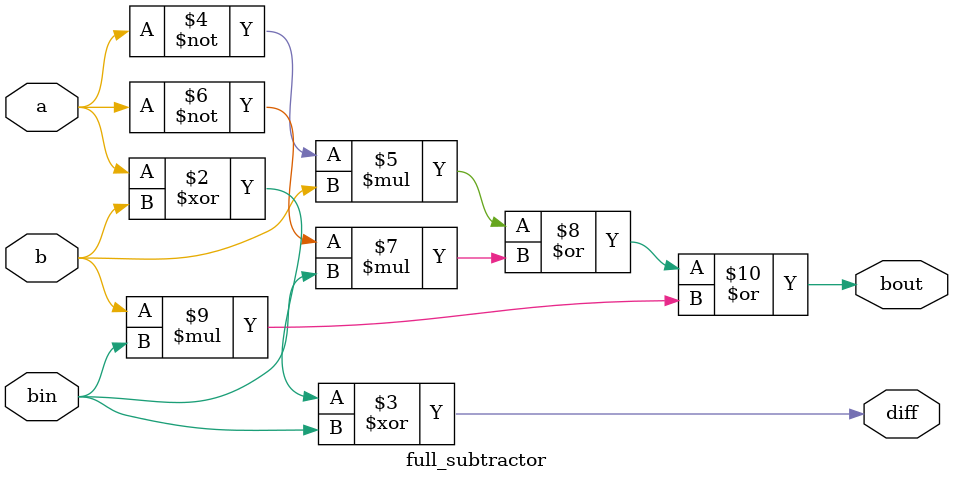
<source format=v>
module full_subtractor (
    a,b,bin,diff,bout
);
    input a,b,bin;
    output reg diff,bout;

    // assign diff = a ^ b ^ bin;
    // assign bout = (~a * b ) | (~a * bin) | (b * bin);

    always @(a,b,bin) begin
        diff = a ^ b ^ bin;
        bout = (~a * b ) | (~a * bin) | (b * bin); 
    end
endmodule
</source>
